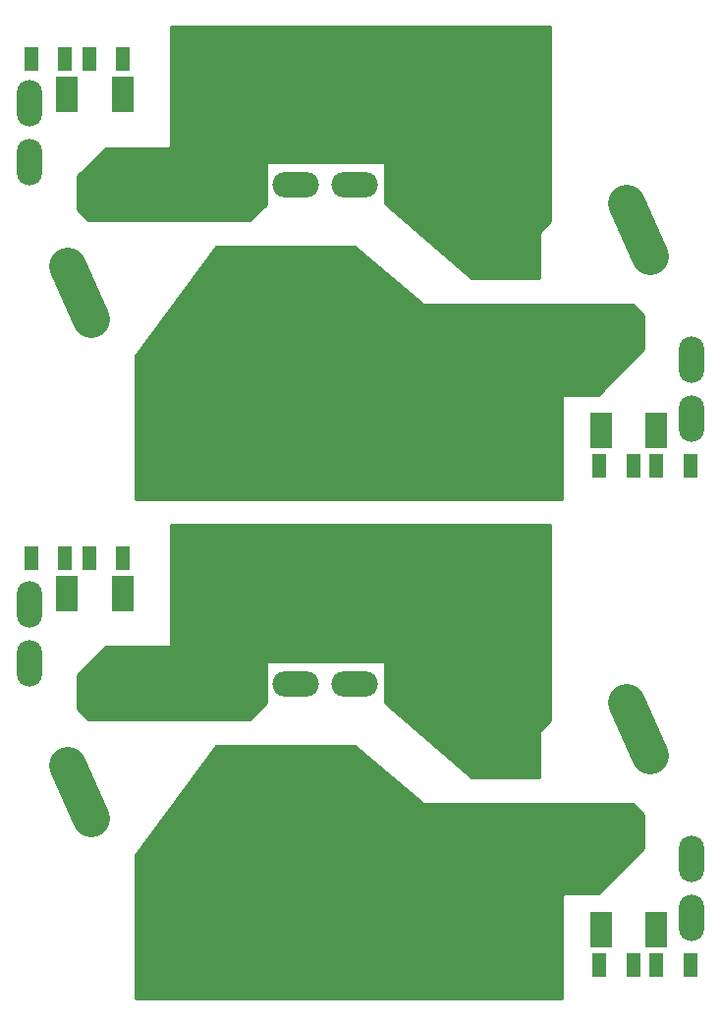
<source format=gbr>
G04 #@! TF.GenerationSoftware,KiCad,Pcbnew,(5.0.0)*
G04 #@! TF.CreationDate,2018-10-11T14:10:44+03:00*
G04 #@! TF.ProjectId,dviguba_plokste,647669677562615F706C6F6B7374652E,rev?*
G04 #@! TF.SameCoordinates,Original*
G04 #@! TF.FileFunction,Soldermask,Top*
G04 #@! TF.FilePolarity,Negative*
%FSLAX46Y46*%
G04 Gerber Fmt 4.6, Leading zero omitted, Abs format (unit mm)*
G04 Created by KiCad (PCBNEW (5.0.0)) date 10/11/18 14:10:44*
%MOMM*%
%LPD*%
G01*
G04 APERTURE LIST*
%ADD10C,3.200000*%
%ADD11C,3.200000*%
%ADD12C,2.398980*%
%ADD13R,1.900000X3.100000*%
%ADD14O,2.200000X4.000000*%
%ADD15O,4.000000X2.200000*%
%ADD16R,1.300000X2.100000*%
%ADD17C,0.254000*%
G04 APERTURE END LIST*
D10*
G04 #@! TO.C,V2*
X129684811Y-72654296D03*
D11*
X132639234Y-72133351D02*
X126730388Y-73175241D01*
D10*
X123216375Y-62968774D03*
D11*
X124850292Y-60452762D02*
X121582458Y-65484786D01*
D10*
X134430862Y-63693548D03*
D11*
X135447704Y-65977412D02*
X133414020Y-61409684D01*
G04 #@! TD*
D12*
G04 #@! TO.C,REF\002A\002A*
X106000000Y-123000000D03*
G04 #@! TD*
G04 #@! TO.C,REF\002A\002A*
X106000000Y-80000000D03*
G04 #@! TD*
G04 #@! TO.C,REF\002A\002A*
X104000000Y-72000000D03*
G04 #@! TD*
G04 #@! TO.C,REF\002A\002A*
X102000000Y-69000000D03*
G04 #@! TD*
G04 #@! TO.C,REF\002A\002A*
X100000000Y-73000000D03*
G04 #@! TD*
G04 #@! TO.C,REF\002A\002A*
X104000000Y-115000000D03*
G04 #@! TD*
G04 #@! TO.C,REF\002A\002A*
X102000000Y-112000000D03*
G04 #@! TD*
G04 #@! TO.C,REF\002A\002A*
X100000000Y-116000000D03*
G04 #@! TD*
G04 #@! TO.C,REF\002A\002A*
X117000000Y-60000000D03*
G04 #@! TD*
G04 #@! TO.C,REF\002A\002A*
X121000000Y-60000000D03*
G04 #@! TD*
G04 #@! TO.C,REF\002A\002A*
X118000000Y-64000000D03*
G04 #@! TD*
G04 #@! TO.C,REF\002A\002A*
X121000000Y-103000000D03*
G04 #@! TD*
G04 #@! TO.C,REF\002A\002A*
X118000000Y-107000000D03*
G04 #@! TD*
G04 #@! TO.C,REF\002A\002A*
X117000000Y-103000000D03*
G04 #@! TD*
G04 #@! TO.C,REF\002A\002A*
X106000000Y-111000000D03*
G04 #@! TD*
G04 #@! TO.C,REF\002A\002A*
X117000000Y-116000000D03*
G04 #@! TD*
G04 #@! TO.C,REF\002A\002A*
X126000000Y-127000000D03*
G04 #@! TD*
G04 #@! TO.C,REF\002A\002A*
X112000000Y-124000000D03*
G04 #@! TD*
G04 #@! TO.C,REF\002A\002A*
X115000000Y-127000000D03*
G04 #@! TD*
G04 #@! TO.C,REF\002A\002A*
X108000000Y-127000000D03*
G04 #@! TD*
G04 #@! TO.C,REF\002A\002A*
X126000000Y-84000000D03*
G04 #@! TD*
G04 #@! TO.C,REF\002A\002A*
X117000000Y-73000000D03*
G04 #@! TD*
G04 #@! TO.C,REF\002A\002A*
X112000000Y-81000000D03*
G04 #@! TD*
G04 #@! TO.C,REF\002A\002A*
X115000000Y-84000000D03*
G04 #@! TD*
G04 #@! TO.C,REF\002A\002A*
X108000000Y-84000000D03*
G04 #@! TD*
G04 #@! TO.C,REF\002A\002A*
X106000000Y-68000000D03*
G04 #@! TD*
G04 #@! TO.C,REF\002A\002A*
X98000000Y-103000000D03*
G04 #@! TD*
G04 #@! TO.C,REF\002A\002A*
X110000000Y-99000000D03*
G04 #@! TD*
G04 #@! TO.C,REF\002A\002A*
X106000000Y-99000000D03*
G04 #@! TD*
G04 #@! TO.C,REF\002A\002A*
X108000000Y-96000000D03*
G04 #@! TD*
G04 #@! TO.C,REF\002A\002A*
X110000000Y-92000000D03*
G04 #@! TD*
G04 #@! TO.C,REF\002A\002A*
X105000000Y-92000000D03*
G04 #@! TD*
G04 #@! TO.C,REF\002A\002A*
X96000000Y-92000000D03*
G04 #@! TD*
G04 #@! TO.C,REF\002A\002A*
X98000000Y-60000000D03*
G04 #@! TD*
G04 #@! TO.C,REF\002A\002A*
X96000000Y-49000000D03*
G04 #@! TD*
G04 #@! TO.C,REF\002A\002A*
X110000000Y-56000000D03*
G04 #@! TD*
G04 #@! TO.C,REF\002A\002A*
X106000000Y-56000000D03*
G04 #@! TD*
G04 #@! TO.C,REF\002A\002A*
X108000000Y-53000000D03*
G04 #@! TD*
G04 #@! TO.C,REF\002A\002A*
X110000000Y-49000000D03*
G04 #@! TD*
G04 #@! TO.C,REF\002A\002A*
X105000000Y-49000000D03*
G04 #@! TD*
D10*
G04 #@! TO.C,X1*
X93000000Y-120000000D03*
X98000000Y-120000000D03*
X103000000Y-120000000D03*
X93000000Y-127100000D03*
X98000000Y-127100000D03*
X103000000Y-127100000D03*
G04 #@! TD*
G04 #@! TO.C,X2*
X114000000Y-91900000D03*
X119000000Y-91900000D03*
X124000000Y-91900000D03*
X114000000Y-99000000D03*
X119000000Y-99000000D03*
X124000000Y-99000000D03*
G04 #@! TD*
G04 #@! TO.C,X4*
X93100000Y-76700000D03*
X98100000Y-76700000D03*
X103100000Y-76700000D03*
X93100000Y-83800000D03*
X98100000Y-83800000D03*
X103100000Y-83800000D03*
G04 #@! TD*
G04 #@! TO.C,X5*
X114000000Y-48900000D03*
X119000000Y-48900000D03*
X124000000Y-48900000D03*
X114000000Y-56000000D03*
X119000000Y-56000000D03*
X124000000Y-56000000D03*
G04 #@! TD*
G04 #@! TO.C,V1*
X91015189Y-60145704D03*
D11*
X88060766Y-60666649D02*
X93969612Y-59624759D01*
D10*
X97483625Y-69831226D03*
D11*
X95849708Y-72347238D02*
X99117542Y-67315214D01*
D10*
X86269138Y-69106452D03*
D11*
X85252296Y-66822588D02*
X87285980Y-71390316D01*
G04 #@! TD*
D10*
G04 #@! TO.C,V3*
X86269138Y-112106452D03*
D11*
X85252296Y-109822588D02*
X87285980Y-114390316D01*
D10*
X97483625Y-112831226D03*
D11*
X95849708Y-115347238D02*
X99117542Y-110315214D01*
D10*
X91015189Y-103145704D03*
D11*
X88060766Y-103666649D02*
X93969612Y-102624759D01*
G04 #@! TD*
D13*
G04 #@! TO.C,D4*
X136000000Y-124000000D03*
X131200000Y-124000000D03*
G04 #@! TD*
G04 #@! TO.C,D2*
X131200000Y-81000000D03*
X136000000Y-81000000D03*
G04 #@! TD*
D10*
G04 #@! TO.C,V4*
X134430862Y-106693548D03*
D11*
X135447704Y-108977412D02*
X133414020Y-104409684D01*
D10*
X123216375Y-105968774D03*
D11*
X124850292Y-103452762D02*
X121582458Y-108484786D01*
D10*
X129684811Y-115654296D03*
D11*
X132639234Y-115133351D02*
X126730388Y-116175241D01*
G04 #@! TD*
D14*
G04 #@! TO.C,X7*
X139000000Y-122940000D03*
X139000000Y-117860000D03*
G04 #@! TD*
D15*
G04 #@! TO.C,X12*
X110000000Y-102800000D03*
X104920000Y-102800000D03*
G04 #@! TD*
D13*
G04 #@! TO.C,D3*
X90000000Y-95000000D03*
X85200000Y-95000000D03*
G04 #@! TD*
D16*
G04 #@! TO.C,R6*
X131100000Y-127000000D03*
X134000000Y-127000000D03*
G04 #@! TD*
G04 #@! TO.C,R8*
X138900000Y-127000000D03*
X136000000Y-127000000D03*
G04 #@! TD*
G04 #@! TO.C,R7*
X85000000Y-92000000D03*
X82100000Y-92000000D03*
G04 #@! TD*
G04 #@! TO.C,R9*
X87100000Y-92000000D03*
X90000000Y-92000000D03*
G04 #@! TD*
D14*
G04 #@! TO.C,X14*
X139000000Y-74860000D03*
X139000000Y-79940000D03*
G04 #@! TD*
D15*
G04 #@! TO.C,X26*
X104920000Y-59800000D03*
X110000000Y-59800000D03*
G04 #@! TD*
D14*
G04 #@! TO.C,X17*
X82000000Y-52800000D03*
X82000000Y-57880000D03*
G04 #@! TD*
D13*
G04 #@! TO.C,D1*
X85200000Y-52000000D03*
X90000000Y-52000000D03*
G04 #@! TD*
D16*
G04 #@! TO.C,R4*
X90000000Y-49000000D03*
X87100000Y-49000000D03*
G04 #@! TD*
G04 #@! TO.C,R3*
X136000000Y-84000000D03*
X138900000Y-84000000D03*
G04 #@! TD*
G04 #@! TO.C,R2*
X82100000Y-49000000D03*
X85000000Y-49000000D03*
G04 #@! TD*
G04 #@! TO.C,R1*
X134000000Y-84000000D03*
X131100000Y-84000000D03*
G04 #@! TD*
D14*
G04 #@! TO.C,X9*
X82000000Y-95920000D03*
X82000000Y-101000000D03*
G04 #@! TD*
D17*
G36*
X126873000Y-62947394D02*
X125910197Y-63910197D01*
X125882667Y-63951399D01*
X125873000Y-64000000D01*
X125873000Y-67873000D01*
X120047376Y-67873000D01*
X112627000Y-61442008D01*
X112627000Y-58000000D01*
X112617333Y-57951399D01*
X112589803Y-57910197D01*
X112548601Y-57882667D01*
X112500000Y-57873000D01*
X102500000Y-57873000D01*
X102451399Y-57882667D01*
X102410197Y-57910197D01*
X102382667Y-57951399D01*
X102373000Y-58000000D01*
X102373000Y-61447394D01*
X100947394Y-62873000D01*
X87052606Y-62873000D01*
X86127000Y-61947394D01*
X86127000Y-59052606D01*
X88552606Y-56627000D01*
X94000000Y-56627000D01*
X94048601Y-56617333D01*
X94089803Y-56589803D01*
X94117333Y-56548601D01*
X94127000Y-56500000D01*
X94127000Y-46127000D01*
X126873000Y-46127000D01*
X126873000Y-62947394D01*
X126873000Y-62947394D01*
G37*
X126873000Y-62947394D02*
X125910197Y-63910197D01*
X125882667Y-63951399D01*
X125873000Y-64000000D01*
X125873000Y-67873000D01*
X120047376Y-67873000D01*
X112627000Y-61442008D01*
X112627000Y-58000000D01*
X112617333Y-57951399D01*
X112589803Y-57910197D01*
X112548601Y-57882667D01*
X112500000Y-57873000D01*
X102500000Y-57873000D01*
X102451399Y-57882667D01*
X102410197Y-57910197D01*
X102382667Y-57951399D01*
X102373000Y-58000000D01*
X102373000Y-61447394D01*
X100947394Y-62873000D01*
X87052606Y-62873000D01*
X86127000Y-61947394D01*
X86127000Y-59052606D01*
X88552606Y-56627000D01*
X94000000Y-56627000D01*
X94048601Y-56617333D01*
X94089803Y-56589803D01*
X94117333Y-56548601D01*
X94127000Y-56500000D01*
X94127000Y-46127000D01*
X126873000Y-46127000D01*
X126873000Y-62947394D01*
G36*
X115918697Y-70097564D02*
X115962222Y-70121251D01*
X116000000Y-70127000D01*
X133947394Y-70127000D01*
X134873000Y-71052606D01*
X134873000Y-73947394D01*
X130947394Y-77873000D01*
X128000000Y-77873000D01*
X127951399Y-77882667D01*
X127910197Y-77910197D01*
X127882667Y-77951399D01*
X127873000Y-78000000D01*
X127873000Y-86873000D01*
X91127000Y-86873000D01*
X91127000Y-74541736D01*
X98064174Y-65127000D01*
X109954020Y-65127000D01*
X115918697Y-70097564D01*
X115918697Y-70097564D01*
G37*
X115918697Y-70097564D02*
X115962222Y-70121251D01*
X116000000Y-70127000D01*
X133947394Y-70127000D01*
X134873000Y-71052606D01*
X134873000Y-73947394D01*
X130947394Y-77873000D01*
X128000000Y-77873000D01*
X127951399Y-77882667D01*
X127910197Y-77910197D01*
X127882667Y-77951399D01*
X127873000Y-78000000D01*
X127873000Y-86873000D01*
X91127000Y-86873000D01*
X91127000Y-74541736D01*
X98064174Y-65127000D01*
X109954020Y-65127000D01*
X115918697Y-70097564D01*
G36*
X126873000Y-105947394D02*
X125910197Y-106910197D01*
X125882667Y-106951399D01*
X125873000Y-107000000D01*
X125873000Y-110873000D01*
X120047376Y-110873000D01*
X112627000Y-104442008D01*
X112627000Y-101000000D01*
X112617333Y-100951399D01*
X112589803Y-100910197D01*
X112548601Y-100882667D01*
X112500000Y-100873000D01*
X102500000Y-100873000D01*
X102451399Y-100882667D01*
X102410197Y-100910197D01*
X102382667Y-100951399D01*
X102373000Y-101000000D01*
X102373000Y-104447394D01*
X100947394Y-105873000D01*
X87052606Y-105873000D01*
X86127000Y-104947394D01*
X86127000Y-102052606D01*
X88552606Y-99627000D01*
X94000000Y-99627000D01*
X94048601Y-99617333D01*
X94089803Y-99589803D01*
X94117333Y-99548601D01*
X94127000Y-99500000D01*
X94127000Y-89127000D01*
X126873000Y-89127000D01*
X126873000Y-105947394D01*
X126873000Y-105947394D01*
G37*
X126873000Y-105947394D02*
X125910197Y-106910197D01*
X125882667Y-106951399D01*
X125873000Y-107000000D01*
X125873000Y-110873000D01*
X120047376Y-110873000D01*
X112627000Y-104442008D01*
X112627000Y-101000000D01*
X112617333Y-100951399D01*
X112589803Y-100910197D01*
X112548601Y-100882667D01*
X112500000Y-100873000D01*
X102500000Y-100873000D01*
X102451399Y-100882667D01*
X102410197Y-100910197D01*
X102382667Y-100951399D01*
X102373000Y-101000000D01*
X102373000Y-104447394D01*
X100947394Y-105873000D01*
X87052606Y-105873000D01*
X86127000Y-104947394D01*
X86127000Y-102052606D01*
X88552606Y-99627000D01*
X94000000Y-99627000D01*
X94048601Y-99617333D01*
X94089803Y-99589803D01*
X94117333Y-99548601D01*
X94127000Y-99500000D01*
X94127000Y-89127000D01*
X126873000Y-89127000D01*
X126873000Y-105947394D01*
G36*
X115918697Y-113097564D02*
X115962222Y-113121251D01*
X116000000Y-113127000D01*
X133947394Y-113127000D01*
X134873000Y-114052606D01*
X134873000Y-116947394D01*
X130947394Y-120873000D01*
X128000000Y-120873000D01*
X127951399Y-120882667D01*
X127910197Y-120910197D01*
X127882667Y-120951399D01*
X127873000Y-121000000D01*
X127873000Y-129873000D01*
X91127000Y-129873000D01*
X91127000Y-117541736D01*
X98064174Y-108127000D01*
X109954020Y-108127000D01*
X115918697Y-113097564D01*
X115918697Y-113097564D01*
G37*
X115918697Y-113097564D02*
X115962222Y-113121251D01*
X116000000Y-113127000D01*
X133947394Y-113127000D01*
X134873000Y-114052606D01*
X134873000Y-116947394D01*
X130947394Y-120873000D01*
X128000000Y-120873000D01*
X127951399Y-120882667D01*
X127910197Y-120910197D01*
X127882667Y-120951399D01*
X127873000Y-121000000D01*
X127873000Y-129873000D01*
X91127000Y-129873000D01*
X91127000Y-117541736D01*
X98064174Y-108127000D01*
X109954020Y-108127000D01*
X115918697Y-113097564D01*
M02*

</source>
